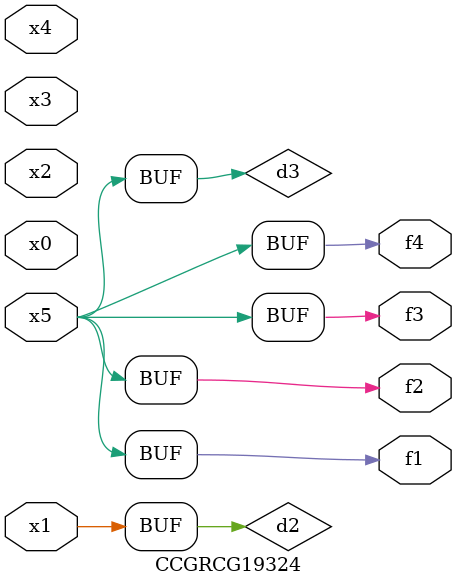
<source format=v>
module CCGRCG19324(
	input x0, x1, x2, x3, x4, x5,
	output f1, f2, f3, f4
);

	wire d1, d2, d3;

	not (d1, x5);
	or (d2, x1);
	xnor (d3, d1);
	assign f1 = d3;
	assign f2 = d3;
	assign f3 = d3;
	assign f4 = d3;
endmodule

</source>
